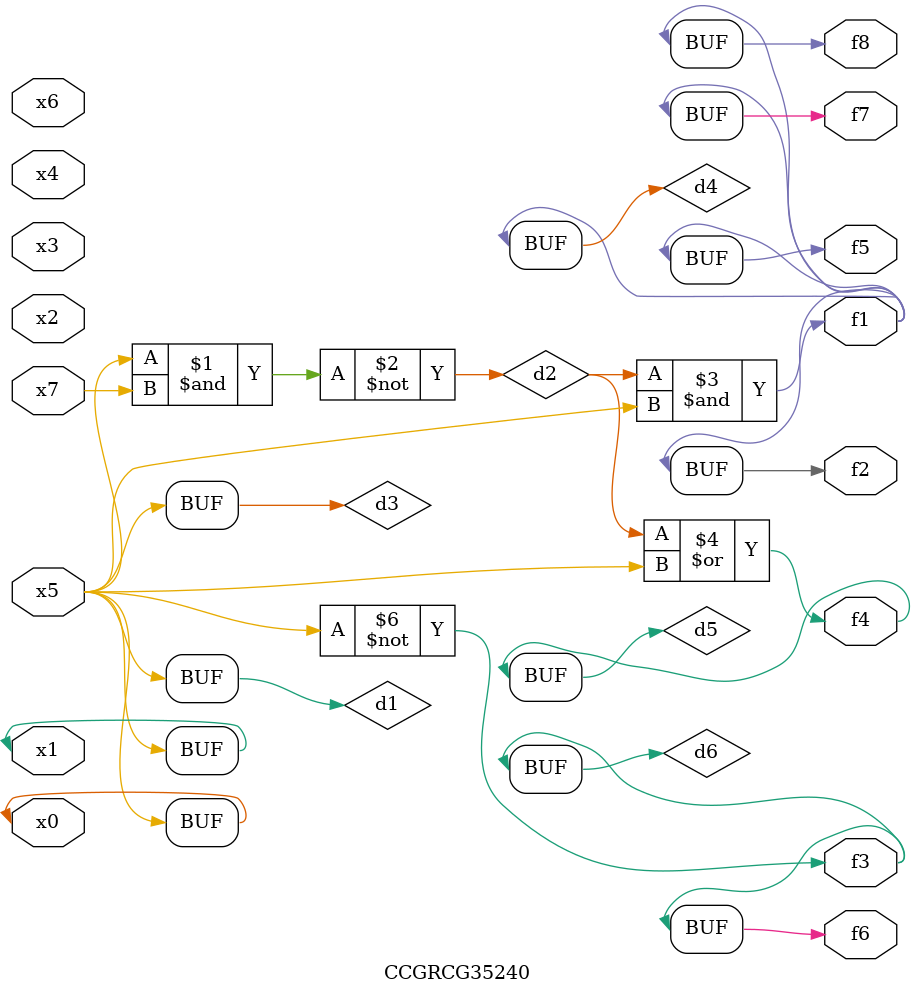
<source format=v>
module CCGRCG35240(
	input x0, x1, x2, x3, x4, x5, x6, x7,
	output f1, f2, f3, f4, f5, f6, f7, f8
);

	wire d1, d2, d3, d4, d5, d6;

	buf (d1, x0, x5);
	nand (d2, x5, x7);
	buf (d3, x0, x1);
	and (d4, d2, d3);
	or (d5, d2, d3);
	nor (d6, d1, d3);
	assign f1 = d4;
	assign f2 = d4;
	assign f3 = d6;
	assign f4 = d5;
	assign f5 = d4;
	assign f6 = d6;
	assign f7 = d4;
	assign f8 = d4;
endmodule

</source>
